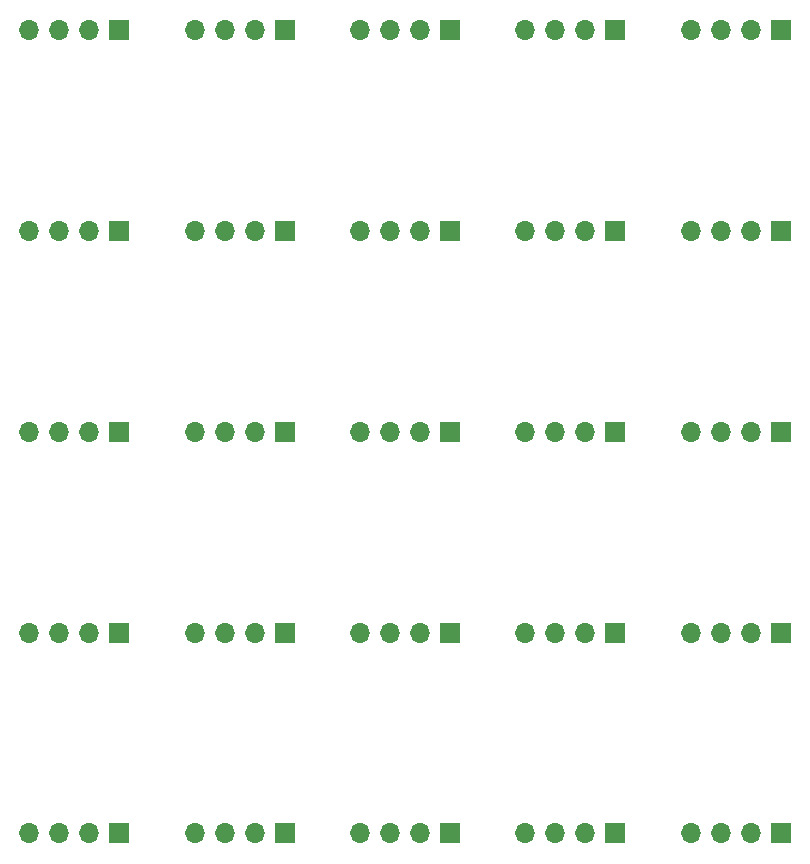
<source format=gbr>
%TF.GenerationSoftware,KiCad,Pcbnew,7.0.1*%
%TF.CreationDate,2024-10-11T23:35:26-04:00*%
%TF.ProjectId,TrackRing-panel,54726163-6b52-4696-9e67-2d70616e656c,rev?*%
%TF.SameCoordinates,Original*%
%TF.FileFunction,Soldermask,Bot*%
%TF.FilePolarity,Negative*%
%FSLAX46Y46*%
G04 Gerber Fmt 4.6, Leading zero omitted, Abs format (unit mm)*
G04 Created by KiCad (PCBNEW 7.0.1) date 2024-10-11 23:35:26*
%MOMM*%
%LPD*%
G01*
G04 APERTURE LIST*
%ADD10R,1.700000X1.700000*%
%ADD11O,1.700000X1.700000*%
G04 APERTURE END LIST*
D10*
%TO.C,J1*%
X138350000Y-28650000D03*
D11*
X135810000Y-28650000D03*
X133270000Y-28650000D03*
X130730000Y-28650000D03*
%TD*%
D10*
%TO.C,J1*%
X166350000Y-79650000D03*
D11*
X163810000Y-79650000D03*
X161270000Y-79650000D03*
X158730000Y-79650000D03*
%TD*%
D10*
%TO.C,J1*%
X180350000Y-28650000D03*
D11*
X177810000Y-28650000D03*
X175270000Y-28650000D03*
X172730000Y-28650000D03*
%TD*%
D10*
%TO.C,J1*%
X152350000Y-45650000D03*
D11*
X149810000Y-45650000D03*
X147270000Y-45650000D03*
X144730000Y-45650000D03*
%TD*%
D10*
%TO.C,J1*%
X166350000Y-45650000D03*
D11*
X163810000Y-45650000D03*
X161270000Y-45650000D03*
X158730000Y-45650000D03*
%TD*%
D10*
%TO.C,J1*%
X124350000Y-62650000D03*
D11*
X121810000Y-62650000D03*
X119270000Y-62650000D03*
X116730000Y-62650000D03*
%TD*%
D10*
%TO.C,J1*%
X180350000Y-45650000D03*
D11*
X177810000Y-45650000D03*
X175270000Y-45650000D03*
X172730000Y-45650000D03*
%TD*%
D10*
%TO.C,J1*%
X166350000Y-28650000D03*
D11*
X163810000Y-28650000D03*
X161270000Y-28650000D03*
X158730000Y-28650000D03*
%TD*%
D10*
%TO.C,J1*%
X138350000Y-45650000D03*
D11*
X135810000Y-45650000D03*
X133270000Y-45650000D03*
X130730000Y-45650000D03*
%TD*%
D10*
%TO.C,J1*%
X124350000Y-28650000D03*
D11*
X121810000Y-28650000D03*
X119270000Y-28650000D03*
X116730000Y-28650000D03*
%TD*%
D10*
%TO.C,J1*%
X124350000Y-45650000D03*
D11*
X121810000Y-45650000D03*
X119270000Y-45650000D03*
X116730000Y-45650000D03*
%TD*%
D10*
%TO.C,J1*%
X152350000Y-28650000D03*
D11*
X149810000Y-28650000D03*
X147270000Y-28650000D03*
X144730000Y-28650000D03*
%TD*%
D10*
%TO.C,J1*%
X180350000Y-79650000D03*
D11*
X177810000Y-79650000D03*
X175270000Y-79650000D03*
X172730000Y-79650000D03*
%TD*%
D10*
%TO.C,J1*%
X138350000Y-62650000D03*
D11*
X135810000Y-62650000D03*
X133270000Y-62650000D03*
X130730000Y-62650000D03*
%TD*%
D10*
%TO.C,J1*%
X124350000Y-96650000D03*
D11*
X121810000Y-96650000D03*
X119270000Y-96650000D03*
X116730000Y-96650000D03*
%TD*%
D10*
%TO.C,J1*%
X124350000Y-79650000D03*
D11*
X121810000Y-79650000D03*
X119270000Y-79650000D03*
X116730000Y-79650000D03*
%TD*%
D10*
%TO.C,J1*%
X138350000Y-96650000D03*
D11*
X135810000Y-96650000D03*
X133270000Y-96650000D03*
X130730000Y-96650000D03*
%TD*%
D10*
%TO.C,J1*%
X166350000Y-62650000D03*
D11*
X163810000Y-62650000D03*
X161270000Y-62650000D03*
X158730000Y-62650000D03*
%TD*%
D10*
%TO.C,J1*%
X152350000Y-62650000D03*
D11*
X149810000Y-62650000D03*
X147270000Y-62650000D03*
X144730000Y-62650000D03*
%TD*%
D10*
%TO.C,J1*%
X138350000Y-79650000D03*
D11*
X135810000Y-79650000D03*
X133270000Y-79650000D03*
X130730000Y-79650000D03*
%TD*%
D10*
%TO.C,J1*%
X152350000Y-79650000D03*
D11*
X149810000Y-79650000D03*
X147270000Y-79650000D03*
X144730000Y-79650000D03*
%TD*%
D10*
%TO.C,J1*%
X180350000Y-62650000D03*
D11*
X177810000Y-62650000D03*
X175270000Y-62650000D03*
X172730000Y-62650000D03*
%TD*%
D10*
%TO.C,J1*%
X180350000Y-96650000D03*
D11*
X177810000Y-96650000D03*
X175270000Y-96650000D03*
X172730000Y-96650000D03*
%TD*%
D10*
%TO.C,J1*%
X152350000Y-96650000D03*
D11*
X149810000Y-96650000D03*
X147270000Y-96650000D03*
X144730000Y-96650000D03*
%TD*%
D10*
%TO.C,J1*%
X166350000Y-96650000D03*
D11*
X163810000Y-96650000D03*
X161270000Y-96650000D03*
X158730000Y-96650000D03*
%TD*%
M02*

</source>
